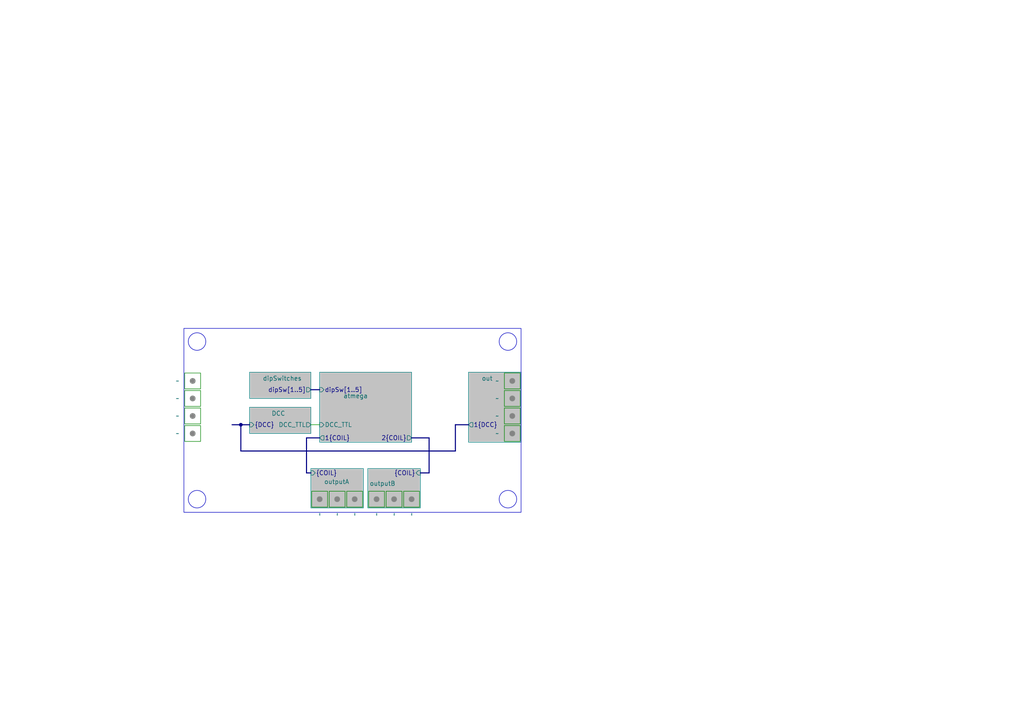
<source format=kicad_sch>
(kicad_sch (version 20231120) (generator "eeschema") (generator_version "8.0")
  (paper "A4")
  (lib_symbols
    (symbol "custom_kicad_lib_sk:screwterminal" (pin_numbers hide) (pin_names (offset 0) hide) (in_bom no) (on_board no)
      (symbol "screwterminal_1_1"
        (rectangle (start -2.3 2.3) (end 2.3 -2.3) (stroke (width 0) (color 0 132 0 1)))
        (circle (center 0 0) (radius 0.762) (stroke (width 0) (color 137 143 138 1)) (fill (type color) (color 132 132 132 1)))
      )
    )
  )
  (junction (at 69.85 123.19))
  (bus (pts (xy 69.85 123.19) (xy 72.39 123.19)))
  (bus (pts (xy 69.85 130.81) (xy 132.08 130.81)))
  (bus (pts (xy 132.08 123.19) (xy 135.89 123.19)))
  (bus (pts (xy 69.85 123.19) (xy 69.85 130.81)))
  (bus (pts (xy 119.38 127) (xy 124.46 127)))
  (bus (pts (xy 124.46 127) (xy 124.46 137.16)))
  (bus (pts (xy 124.46 137.16) (xy 121.92 137.16)))
  (bus (pts (xy 132.08 130.81) (xy 132.08 123.19)))
  (bus (pts (xy 88.9 127) (xy 92.71 127)))
  (bus (pts (xy 88.9 137.16) (xy 88.9 127)))
  (bus (pts (xy 88.9 137.16) (xy 90.17 137.16)))
  (wire (pts (xy 90.17 123.19) (xy 92.71 123.19)))
  (bus (pts (xy 90.17 113.03) (xy 92.71 113.03)))
  (bus (pts (xy 67.31 123.19) (xy 69.85 123.19)))
  (circle (center 147.32 144.78) (radius 2.54))
  (rectangle (start 53.34 95.25) (end 151.13 148.59))
  (circle (center 57.15 144.78) (radius 2.54))
  (circle (center 57.15 99.06) (radius 2.54))
  (circle (center 147.32 99.06) (radius 2.54))
  (symbol (lib_id "custom_kicad_lib_sk:screwterminal") (at 119.38 144.78 270) (unit 1) (in_bom no) (on_board no)
    (property "Reference" "u12" (effects (hide yes)))
    (property "Value" "~" (at 119.38 148.59 0) (effects (justify left)))
  )
  (symbol (lib_id "custom_kicad_lib_sk:screwterminal") (at 148.59 115.57 180) (unit 1) (in_bom no) (on_board no)
    (property "Reference" "u3" (effects (hide yes)))
    (property "Value" "~" (at 144.78 115.57 0) (effects (justify left)))
  )
  (symbol (lib_id "custom_kicad_lib_sk:screwterminal") (at 55.88 115.57 180) (unit 1) (in_bom no) (on_board no)
    (property "Reference" "u7" (effects (hide yes)))
    (property "Value" "~" (at 52.07 115.57 0) (effects (justify left)))
  )
  (symbol (lib_id "custom_kicad_lib_sk:screwterminal") (at 55.88 120.65 180) (unit 1) (in_bom no) (on_board no)
    (property "Reference" "u6" (effects (hide yes)))
    (property "Value" "~" (at 52.07 120.65 0) (effects (justify left)))
  )
  (symbol (lib_id "custom_kicad_lib_sk:screwterminal") (at 102.87 144.78 270) (unit 1) (in_bom no) (on_board no)
    (property "Reference" "u9" (effects (hide yes)))
    (property "Value" "~" (at 102.87 148.59 0) (effects (justify left)))
  )
  (symbol (lib_id "custom_kicad_lib_sk:screwterminal") (at 148.59 125.73 180) (unit 1) (in_bom no) (on_board no)
    (property "Reference" "u1" (effects (hide yes)))
    (property "Value" "~" (at 144.78 125.73 0) (effects (justify left)))
  )
  (symbol (lib_id "custom_kicad_lib_sk:screwterminal") (at 109.22 144.78 270) (unit 1) (in_bom no) (on_board no)
    (property "Reference" "u14" (effects (hide yes)))
    (property "Value" "~" (at 109.22 148.59 0) (effects (justify left)))
  )
  (symbol (lib_id "custom_kicad_lib_sk:screwterminal") (at 55.88 125.73 180) (unit 1) (in_bom no) (on_board no)
    (property "Reference" "u5" (effects (hide yes)))
    (property "Value" "~" (at 52.07 125.73 0) (effects (justify left)))
  )
  (symbol (lib_id "custom_kicad_lib_sk:screwterminal") (at 148.59 110.49 180) (unit 1) (in_bom no) (on_board no)
    (property "Reference" "u4" (effects (hide yes)))
    (property "Value" "~" (at 144.78 110.49 0) (effects (justify left)))
  )
  (symbol (lib_id "custom_kicad_lib_sk:screwterminal") (at 148.59 120.65 180) (unit 1) (in_bom no) (on_board no)
    (property "Reference" "u2" (effects (hide yes)))
    (property "Value" "~" (at 144.78 120.65 0) (effects (justify left)))
  )
  (symbol (lib_id "custom_kicad_lib_sk:screwterminal") (at 92.71 144.78 270) (unit 1) (in_bom no) (on_board no)
    (property "Reference" "u11" (effects (hide yes)))
    (property "Value" "~" (at 92.71 148.59 0) (effects (justify left)))
  )
  (symbol (lib_id "custom_kicad_lib_sk:screwterminal") (at 97.79 144.78 270) (unit 1) (in_bom no) (on_board no)
    (property "Reference" "u10" (effects (hide yes)))
    (property "Value" "~" (at 97.79 148.59 0) (effects (justify left)))
  )
  (symbol (lib_id "custom_kicad_lib_sk:screwterminal") (at 55.88 110.49 180) (unit 1) (in_bom no) (on_board no)
    (property "Reference" "u8" (effects (hide yes)))
    (property "Value" "~" (at 52.07 110.49 0) (effects (justify left)))
  )
  (symbol (lib_id "custom_kicad_lib_sk:screwterminal") (at 114.3 144.78 270) (unit 1) (in_bom no) (on_board no)
    (property "Reference" "u13" (effects (hide yes)))
    (property "Value" "~" (at 114.3 148.59 0) (effects (justify left)))
  )
  (sheet (at 135.89 107.95) (size 15.24 20.32) (stroke (width 0.1524) (color 0 132 132 1)) (fill (color 194 194 194 1.0000))
    (property "Sheetname" "out" (at 139.7 110.49 0) (effects (justify left bottom)))
    (property "Sheetfile" "out.kicad_sch" (effects (hide yes)))
    (pin "1{DCC}" output (at 135.89 123.19 180))
  )
  (sheet (at 90.17 135.89) (size 15.24 11.43) (stroke (width 0.1524) (color 0 132 132 1)) (fill (color 194 194 194 1.0000))
    (property "Sheetname" "outputA" (at 93.98 140.462 0) (effects (justify left bottom)))
    (property "Sheetfile" "output.kicad_sch" (effects (hide yes)))
    (pin "{COIL}" input (at 90.17 137.16 180))
  )
  (sheet (at 53.34 107.95) (size 13.97 20.32) (stroke (width 0.1524) (color 0 132 132 1)) (fill (color 194 194 194 1.0000))
    (property "Sheetname" "in" (at 62.23 110.49 0) (effects (justify left bottom)))
    (property "Sheetfile" "in.kicad_sch" (effects (hide yes)))
    (pin "1{DCC}" output (at 67.31 123.19 0))
  )
  (sheet (at 106.68 135.89) (size 15.24 11.43) (stroke (width 0.1524) (color 0 132 132 1)) (fill (color 194 194 194 1.0000))
    (property "Sheetname" "outputB" (at 107.188 140.97 0) (effects (justify left bottom)))
    (property "Sheetfile" "output.kicad_sch" (effects (hide yes)))
    (pin "{COIL}" input (at 121.92 137.16 0))
  )
  (sheet (at 72.39 118.11) (size 17.78 7.62) (stroke (width 0.1524) (color 0 132 132 1)) (fill (color 194 194 194 1.0000))
    (property "Sheetname" "DCC" (at 78.74 120.65 0) (effects (justify left bottom)))
    (property "Sheetfile" "DCC.kicad_sch" (effects (hide yes)))
    (pin "{DCC}" input (at 72.39 123.19 180))
    (pin "DCC_TTL" output (at 90.17 123.19 0))
  )
  (sheet (at 92.71 107.95) (size 26.67 20.32) (stroke (width 0.1524) (color 0 132 132 1)) (fill (color 194 194 194 1.0000))
    (property "Sheetname" "atmega" (at 99.568 115.57 0) (effects (justify left bottom)))
    (property "Sheetfile" "atmega.kicad_sch" (effects (hide yes)))
    (pin "1{COIL}" output (at 92.71 127 180))
    (pin "2{COIL}" output (at 119.38 127 0))
    (pin "DCC_TTL" input (at 92.71 123.19 180))
    (pin "dipSw[1..5]" input (at 92.71 113.03 180))
  )
  (sheet (at 72.39 107.95) (size 17.78 7.62) (stroke (width 0.1524) (color 0 132 132 1)) (fill (color 194 194 194 1.0000))
    (property "Sheetname" "dipSwitches" (at 76.2 110.49 0) (effects (justify left bottom)))
    (property "Sheetfile" "dipSwitches.kicad_sch" (effects (hide yes)))
    (pin "dipSw[1..5]" output (at 90.17 113.03 0))
  )
)
</source>
